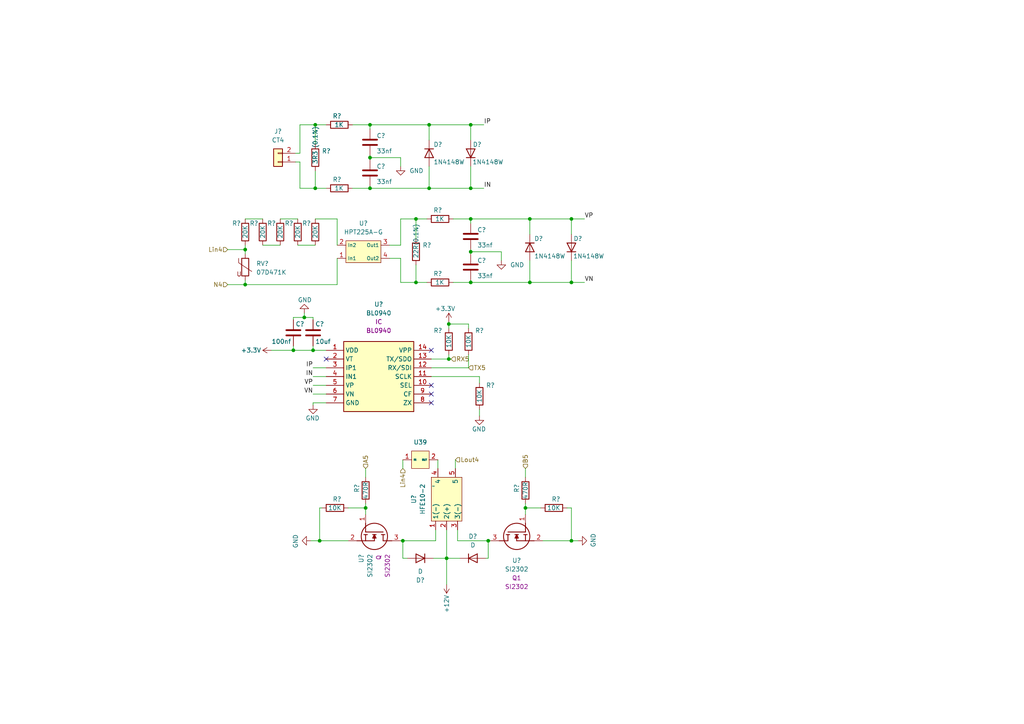
<source format=kicad_sch>
(kicad_sch (version 20231120) (generator "eeschema") (generator_version "8.0")
  (paper "A4")
  (lib_symbols
    (symbol "BL0940:BL0940"
      (property "Value" "BL0940" (at 0 0 0))
      (property "Reference_1" "IC" (at 26.67 7.62 0))
      (property "Value_1" "BL0940" (at 26.67 5.08 0))
      (symbol "BL0940_1_1"
        (rectangle (start 5.08 2.54) (end 25.4 -17.78) (stroke (width 0.254)) (fill (type background)))
        (pin passive line (at 0 0 0) (length 5.08) (name "VDD") (number "1"))
        (pin passive line (at 30.48 -10.16 180) (length 5.08) (name "SEL") (number "10"))
        (pin passive line (at 30.48 -7.62 180) (length 5.08) (name "SCLK") (number "11"))
        (pin passive line (at 30.48 -5.08 180) (length 5.08) (name "RX/SDI") (number "12"))
        (pin passive line (at 30.48 -2.54 180) (length 5.08) (name "TX/SDO") (number "13"))
        (pin passive line (at 30.48 0 180) (length 5.08) (name "VPP") (number "14"))
        (pin passive line (at 0 -2.54 0) (length 5.08) (name "VT") (number "2"))
        (pin passive line (at 0 -5.08 0) (length 5.08) (name "IP1") (number "3"))
        (pin passive line (at 0 -7.62 0) (length 5.08) (name "IN1") (number "4"))
        (pin passive line (at 0 -10.16 0) (length 5.08) (name "VP") (number "5"))
        (pin passive line (at 0 -12.7 0) (length 5.08) (name "VN") (number "6"))
        (pin passive line (at 0 -15.24 0) (length 5.08) (name "GND") (number "7"))
        (pin passive line (at 30.48 -15.24 180) (length 5.08) (name "ZX") (number "8"))
        (pin passive line (at 30.48 -12.7 180) (length 5.08) (name "CF") (number "9"))
      )
    )
    (symbol "Connector_Generic:Conn_01x02" (pin_names (offset 1.016) hide)
      (property "Reference" "J" (at 0 2.54 0))
      (property "Value" "Conn_01x02" (at 0 -5.08 0))
      (symbol "Conn_01x02_1_1"
        (rectangle (start -1.27 -2.413) (end 0 -2.667) (stroke (width 0.1524)))
        (rectangle (start -1.27 0.127) (end 0 -0.127) (stroke (width 0.1524)))
        (rectangle (start -1.27 1.27) (end 1.27 -3.81) (stroke (width 0.254)) (fill (type background)))
        (pin passive line (at -5.08 0 0) (length 3.81) (name "Pin_1") (number "1"))
        (pin passive line (at -5.08 -2.54 0) (length 3.81) (name "Pin_2") (number "2"))
      )
    )
    (symbol "Device:C" (pin_numbers hide) (pin_names (offset 0.254))
      (property "Reference" "C" (at 0.635 2.54 0))
      (property "Value" "C" (at 0.635 -2.54 0))
      (symbol "C_0_1"
        (polyline (pts (xy -2.032 -0.762) (xy 2.032 -0.762)) (stroke (width 0.508)))
        (polyline (pts (xy -2.032 0.762) (xy 2.032 0.762)) (stroke (width 0.508)))
      )
      (symbol "C_1_1"
        (pin passive line (at 0 3.81 270) (length 2.794) (name "~") (number "1"))
        (pin passive line (at 0 -3.81 90) (length 2.794) (name "~") (number "2"))
      )
    )
    (symbol "Device:D" (pin_numbers hide) (pin_names (offset 1.016) hide)
      (property "Reference" "D" (at 0 2.54 0))
      (property "Value" "D" (at 0 -2.54 0))
      (symbol "D_0_1"
        (polyline (pts (xy -1.27 1.27) (xy -1.27 -1.27)) (stroke (width 0.254)))
        (polyline (pts (xy 1.27 0) (xy -1.27 0)))
        (polyline (pts (xy 1.27 1.27) (xy 1.27 -1.27) (xy -1.27 0) (xy 1.27 1.27)) (stroke (width 0.254)))
      )
      (symbol "D_1_1"
        (pin passive line (at -3.81 0 0) (length 2.54) (name "K") (number "1"))
        (pin passive line (at 3.81 0 180) (length 2.54) (name "A") (number "2"))
      )
    )
    (symbol "Device:R" (pin_numbers hide) (pin_names (offset 0))
      (property "Reference" "R" (at 2.032 0 90))
      (property "Value" "R" (at 0 0 90))
      (symbol "R_0_1"
        (rectangle (start -1.016 -2.54) (end 1.016 2.54) (stroke (width 0.254)))
      )
      (symbol "R_1_1"
        (pin passive line (at 0 3.81 270) (length 1.27) (name "~") (number "1"))
        (pin passive line (at 0 -3.81 90) (length 1.27) (name "~") (number "2"))
      )
    )
    (symbol "Device:Varistor" (pin_numbers hide) (pin_names (offset 0))
      (property "Reference" "RV" (at 3.175 0 90))
      (property "Value" "Varistor" (at -3.175 0 90))
      (symbol "Varistor_0_0"
        (text "U" (at -1.778 -2.032 0) (effects (font (size 1.27 1.27))))
      )
      (symbol "Varistor_0_1"
        (rectangle (start -1.016 -2.54) (end 1.016 2.54) (stroke (width 0.254)))
        (polyline (pts (xy -1.905 2.54) (xy -1.905 1.27) (xy 1.905 -1.27)))
      )
      (symbol "Varistor_1_1"
        (pin passive line (at 0 3.81 270) (length 1.27) (name "~") (number "1"))
        (pin passive line (at 0 -3.81 90) (length 1.27) (name "~") (number "2"))
      )
    )
    (symbol "HFE10-2:HFE10-2"
      (property "Reference" "U" (at 0 0 0))
      (property "Value" "HFE10-2" (at 0 -2.54 0))
      (symbol "HFE10-2_0_1"
        (rectangle (start -6.35 11.43) (end 6.35 2.54) (fill (type background)))
      )
      (symbol "HFE10-2_1_1"
        (pin input line (at -8.89 10.16 0) (length 2.54) (name "1(-)") (number "1"))
        (pin input line (at -8.89 6.985 0) (length 2.54) (name "2(+)") (number "2"))
        (pin input line (at -8.89 3.81 0) (length 2.54) (name "3(-)") (number "3"))
        (pin output line (at 8.89 9.525 180) (length 2.54) (name "4") (number "4"))
        (pin output line (at 8.89 4.445 180) (length 2.54) (name "5") (number "5"))
      )
    )
    (symbol "HPT225A-G:HPT225A-G"
      (property "Reference" "U?" (at 0 -5.08 0))
      (property "Value" "HPT225A-G" (at 0 -2.54 0))
      (symbol "HPT225A-G_0_1"
        (rectangle (start -5.08 6.35) (end 5.08 0) (fill (type background)))
      )
      (symbol "HPT225A-G_1_1"
        (pin bidirectional line (at -7.62 1.27 0) (length 2.54) (name "In1") (number "1"))
        (pin bidirectional line (at -7.62 5.08 0) (length 2.54) (name "In2") (number "2"))
        (pin bidirectional line (at 7.62 5.08 180) (length 2.54) (name "Out1") (number "3"))
        (pin bidirectional line (at 7.62 1.27 180) (length 2.54) (name "Out2") (number "4"))
      )
    )
    (symbol "SI2302:SI2302" (pin_names hide)
      (property "Value" "SI2302" (at 0 0 0))
      (property "Reference_1" "Q" (at 11.43 3.81 0))
      (property "Value_1" "SI2302" (at 11.43 1.27 0))
      (symbol "SI2302_1_1"
        (polyline (pts (xy 2.54 0) (xy 5.08 0)) (stroke (width 0.254)))
        (polyline (pts (xy 5.08 5.08) (xy 5.08 0)) (stroke (width 0.254)))
        (polyline (pts (xy 5.842 -0.508) (xy 5.842 0.508)) (stroke (width 0.254)))
        (polyline (pts (xy 5.842 0) (xy 7.62 0)) (stroke (width 0.254)))
        (polyline (pts (xy 5.842 2.032) (xy 5.842 3.048)) (stroke (width 0.254)))
        (polyline (pts (xy 5.842 5.588) (xy 5.842 4.572)) (stroke (width 0.254)))
        (polyline (pts (xy 7.62 2.54) (xy 5.842 2.54)) (stroke (width 0.254)))
        (polyline (pts (xy 7.62 2.54) (xy 7.62 -2.54)) (stroke (width 0.254)))
        (polyline (pts (xy 7.62 5.08) (xy 5.842 5.08)) (stroke (width 0.254)))
        (polyline (pts (xy 7.62 5.08) (xy 7.62 7.62)) (stroke (width 0.254)))
        (polyline (pts (xy 5.842 2.54) (xy 6.858 3.048) (xy 6.858 2.032) (xy 5.842 2.54)) (stroke (width 0.254)) (fill (type outline)))
        (circle (center 6.35 2.54) (radius 3.81) (stroke (width 0.254)))
        (pin passive line (at 0 0 0) (length 2.54) (name "G") (number "1"))
        (pin passive line (at 7.62 -5.08 90) (length 2.54) (name "S") (number "2"))
        (pin passive line (at 7.62 10.16 270) (length 2.54) (name "D") (number "3"))
      )
    )
    (symbol "ZHT102W-TM:ZHT102W-TM"
      (property "Reference" "U?" (at 0 -2.54 0))
      (symbol "ZHT102W-TM_1_1"
        (rectangle (start -2.54 5.08) (end 2.54 0) (fill (type background)))
        (pin input line (at -5.08 2.54 0) (length 2.54) (name "IN") (number "1"))
        (pin output line (at 5.08 2.54 180) (length 2.54) (name "OUT") (number "2"))
      )
    )
    (symbol "power:+12V" (power) (pin_names (offset 0))
      (property "Value" "+12V" (at 0 3.556 0))
      (symbol "+12V_0_1"
        (polyline (pts (xy -0.762 1.27) (xy 0 2.54)))
        (polyline (pts (xy 0 0) (xy 0 2.54)))
        (polyline (pts (xy 0 2.54) (xy 0.762 1.27)))
      )
      (symbol "+12V_1_1"
        (pin power_in line (at 0 0 90) (length 0) hide (name "+12V") (number "1"))
      )
    )
    (symbol "power:+3.3V" (power) (pin_names (offset 0))
      (property "Value" "+3.3V" (at 0 3.556 0))
      (symbol "+3.3V_0_1"
        (polyline (pts (xy -0.762 1.27) (xy 0 2.54)))
        (polyline (pts (xy 0 0) (xy 0 2.54)))
        (polyline (pts (xy 0 2.54) (xy 0.762 1.27)))
      )
      (symbol "+3.3V_1_1"
        (pin power_in line (at 0 0 90) (length 0) hide (name "+3.3V") (number "1"))
      )
    )
    (symbol "power:GND" (power) (pin_names (offset 0))
      (property "Value" "GND" (at 0 -3.81 0))
      (symbol "GND_0_1"
        (polyline (pts (xy 0 0) (xy 0 -1.27) (xy 1.27 -1.27) (xy 0 -2.54) (xy -1.27 -1.27) (xy 0 -1.27)))
      )
      (symbol "GND_1_1"
        (pin power_in line (at 0 0 270) (length 0) hide (name "GND") (number "1"))
      )
    )
  )
  (junction (at 136.525 73.025))
  (junction (at 152.4 147.32))
  (junction (at 136.525 36.195))
  (junction (at 136.525 63.5))
  (junction (at 129.54 161.925))
  (junction (at 107.315 36.195))
  (junction (at 153.67 81.915))
  (junction (at 71.12 82.55))
  (junction (at 130.175 104.14))
  (junction (at 116.84 156.845))
  (junction (at 120.65 63.5))
  (junction (at 165.735 156.845))
  (junction (at 165.735 63.5))
  (junction (at 85.09 101.6))
  (junction (at 91.44 36.195))
  (junction (at 136.525 81.915))
  (junction (at 141.605 156.845))
  (junction (at 107.315 54.61))
  (junction (at 120.65 81.915))
  (junction (at 88.265 92.075))
  (junction (at 165.735 81.915))
  (junction (at 107.315 45.72))
  (junction (at 106.045 147.32))
  (junction (at 92.71 156.845))
  (junction (at 71.12 72.39))
  (junction (at 130.175 93.98))
  (junction (at 91.44 54.61))
  (junction (at 136.525 54.61))
  (junction (at 153.67 63.5))
  (junction (at 124.46 54.61))
  (junction (at 124.46 36.195))
  (junction (at 90.805 101.6))
  (no_connect (at 125.095 111.76))
  (no_connect (at 125.095 101.6))
  (no_connect (at 125.095 116.84))
  (no_connect (at 94.615 104.14))
  (no_connect (at 125.095 114.3))
  (wire (pts (xy 85.09 92.075) (xy 88.265 92.075)))
  (wire (pts (xy 124.46 36.195) (xy 107.315 36.195)))
  (wire (pts (xy 152.4 147.32) (xy 156.845 147.32)))
  (wire (pts (xy 91.44 54.61) (xy 94.615 54.61)))
  (wire (pts (xy 135.89 93.98) (xy 130.175 93.98)))
  (wire (pts (xy 165.735 81.915) (xy 169.545 81.915)))
  (wire (pts (xy 106.045 146.05) (xy 106.045 147.32)))
  (wire (pts (xy 131.445 63.5) (xy 136.525 63.5)))
  (wire (pts (xy 107.315 54.61) (xy 107.315 53.975)))
  (wire (pts (xy 136.525 36.195) (xy 124.46 36.195)))
  (wire (pts (xy 116.205 81.915) (xy 120.65 81.915)))
  (wire (pts (xy 129.54 169.545) (xy 129.54 161.925)))
  (wire (pts (xy 165.735 156.845) (xy 167.64 156.845)))
  (wire (pts (xy 125.095 104.14) (xy 130.175 104.14)))
  (wire (pts (xy 136.525 48.26) (xy 136.525 54.61)))
  (wire (pts (xy 116.205 48.26) (xy 116.205 45.72)))
  (wire (pts (xy 90.805 109.22) (xy 94.615 109.22)))
  (wire (pts (xy 116.205 63.5) (xy 120.65 63.5)))
  (wire (pts (xy 130.175 93.345) (xy 130.175 93.98)))
  (wire (pts (xy 165.735 81.915) (xy 153.67 81.915)))
  (wire (pts (xy 153.67 67.945) (xy 153.67 63.5)))
  (wire (pts (xy 116.84 156.845) (xy 126.365 156.845)))
  (wire (pts (xy 132.715 153.67) (xy 132.715 156.845)))
  (wire (pts (xy 92.71 156.845) (xy 100.965 156.845)))
  (wire (pts (xy 113.03 71.12) (xy 116.205 71.12)))
  (wire (pts (xy 107.315 45.085) (xy 107.315 45.72)))
  (wire (pts (xy 131.445 81.915) (xy 136.525 81.915)))
  (wire (pts (xy 71.12 82.55) (xy 71.12 81.28)))
  (wire (pts (xy 85.09 101.6) (xy 90.805 101.6)))
  (wire (pts (xy 90.805 92.075) (xy 88.265 92.075)))
  (wire (pts (xy 81.28 63.5) (xy 86.36 63.5)))
  (wire (pts (xy 152.4 135.89) (xy 152.4 138.43)))
  (wire (pts (xy 125.73 161.925) (xy 129.54 161.925)))
  (wire (pts (xy 116.84 133.35) (xy 116.84 135.89)))
  (wire (pts (xy 136.525 40.64) (xy 136.525 36.195)))
  (wire (pts (xy 124.46 48.26) (xy 124.46 54.61)))
  (wire (pts (xy 132.08 133.35) (xy 132.08 135.89)))
  (wire (pts (xy 125.095 106.68) (xy 135.89 106.68)))
  (wire (pts (xy 88.265 92.075) (xy 88.265 90.805)))
  (wire (pts (xy 136.525 73.025) (xy 136.525 73.66)))
  (wire (pts (xy 86.995 36.195) (xy 86.995 44.45)))
  (wire (pts (xy 139.065 109.22) (xy 139.065 111.125)))
  (wire (pts (xy 136.525 54.61) (xy 140.335 54.61)))
  (wire (pts (xy 85.09 100.33) (xy 85.09 101.6)))
  (wire (pts (xy 153.67 81.915) (xy 136.525 81.915)))
  (wire (pts (xy 141.605 156.845) (xy 142.24 156.845)))
  (wire (pts (xy 66.04 72.39) (xy 71.12 72.39)))
  (wire (pts (xy 91.44 36.195) (xy 94.615 36.195)))
  (wire (pts (xy 116.205 74.93) (xy 116.205 81.915)))
  (wire (pts (xy 90.805 100.33) (xy 90.805 101.6)))
  (wire (pts (xy 145.415 73.025) (xy 136.525 73.025)))
  (wire (pts (xy 120.65 76.835) (xy 120.65 81.915)))
  (wire (pts (xy 140.97 161.925) (xy 141.605 161.925)))
  (wire (pts (xy 66.04 82.55) (xy 71.12 82.55)))
  (wire (pts (xy 130.175 104.14) (xy 130.175 102.87)))
  (wire (pts (xy 85.725 46.99) (xy 86.995 46.99)))
  (wire (pts (xy 124.46 54.61) (xy 107.315 54.61)))
  (wire (pts (xy 127 133.35) (xy 127 135.89)))
  (wire (pts (xy 106.045 135.89) (xy 106.045 138.43)))
  (wire (pts (xy 90.17 156.845) (xy 92.71 156.845)))
  (wire (pts (xy 141.605 161.925) (xy 141.605 156.845)))
  (wire (pts (xy 116.84 161.925) (xy 116.84 156.845)))
  (wire (pts (xy 97.79 63.5) (xy 97.79 71.12)))
  (wire (pts (xy 85.09 92.71) (xy 85.09 92.075)))
  (wire (pts (xy 102.235 36.195) (xy 107.315 36.195)))
  (wire (pts (xy 86.995 54.61) (xy 91.44 54.61)))
  (wire (pts (xy 91.44 63.5) (xy 97.79 63.5)))
  (wire (pts (xy 164.465 147.32) (xy 165.735 147.32)))
  (wire (pts (xy 102.235 54.61) (xy 107.315 54.61)))
  (wire (pts (xy 130.175 93.98) (xy 130.175 95.25)))
  (wire (pts (xy 90.805 111.76) (xy 94.615 111.76)))
  (wire (pts (xy 90.805 101.6) (xy 94.615 101.6)))
  (wire (pts (xy 132.715 156.845) (xy 141.605 156.845)))
  (wire (pts (xy 113.03 74.93) (xy 116.205 74.93)))
  (wire (pts (xy 92.71 147.32) (xy 92.71 156.845)))
  (wire (pts (xy 136.525 54.61) (xy 124.46 54.61)))
  (wire (pts (xy 153.67 75.565) (xy 153.67 81.915)))
  (wire (pts (xy 130.175 104.14) (xy 130.81 104.14)))
  (wire (pts (xy 165.735 63.5) (xy 153.67 63.5)))
  (wire (pts (xy 165.735 67.945) (xy 165.735 63.5)))
  (wire (pts (xy 71.12 71.12) (xy 71.12 72.39)))
  (wire (pts (xy 78.74 101.6) (xy 85.09 101.6)))
  (wire (pts (xy 120.65 63.5) (xy 120.65 69.215)))
  (wire (pts (xy 165.735 75.565) (xy 165.735 81.915)))
  (wire (pts (xy 90.805 114.3) (xy 94.615 114.3)))
  (wire (pts (xy 86.995 36.195) (xy 91.44 36.195)))
  (wire (pts (xy 120.65 81.915) (xy 123.825 81.915)))
  (wire (pts (xy 129.54 161.925) (xy 133.35 161.925)))
  (wire (pts (xy 85.725 44.45) (xy 86.995 44.45)))
  (wire (pts (xy 94.615 116.84) (xy 90.805 116.84)))
  (wire (pts (xy 106.045 147.32) (xy 106.045 149.225)))
  (wire (pts (xy 107.315 36.195) (xy 107.315 37.465)))
  (wire (pts (xy 120.65 63.5) (xy 123.825 63.5)))
  (wire (pts (xy 126.365 156.845) (xy 126.365 153.67)))
  (wire (pts (xy 125.095 109.22) (xy 139.065 109.22)))
  (wire (pts (xy 90.805 116.84) (xy 90.805 117.475)))
  (wire (pts (xy 116.205 71.12) (xy 116.205 63.5)))
  (wire (pts (xy 91.44 49.53) (xy 91.44 54.61)))
  (wire (pts (xy 153.67 63.5) (xy 136.525 63.5)))
  (wire (pts (xy 71.12 72.39) (xy 71.12 73.66)))
  (wire (pts (xy 139.065 118.745) (xy 139.065 120.65)))
  (wire (pts (xy 91.44 36.195) (xy 91.44 41.91)))
  (wire (pts (xy 135.89 95.25) (xy 135.89 93.98)))
  (wire (pts (xy 135.89 106.68) (xy 135.89 102.87)))
  (wire (pts (xy 136.525 81.915) (xy 136.525 81.28)))
  (wire (pts (xy 165.735 147.32) (xy 165.735 156.845)))
  (wire (pts (xy 86.36 71.12) (xy 91.44 71.12)))
  (wire (pts (xy 116.205 156.845) (xy 116.84 156.845)))
  (wire (pts (xy 97.79 82.55) (xy 71.12 82.55)))
  (wire (pts (xy 118.11 161.925) (xy 116.84 161.925)))
  (wire (pts (xy 136.525 36.195) (xy 140.335 36.195)))
  (wire (pts (xy 71.12 63.5) (xy 76.2 63.5)))
  (wire (pts (xy 86.995 46.99) (xy 86.995 54.61)))
  (wire (pts (xy 100.965 147.32) (xy 106.045 147.32)))
  (wire (pts (xy 152.4 147.32) (xy 152.4 149.225)))
  (wire (pts (xy 97.79 74.93) (xy 97.79 82.55)))
  (wire (pts (xy 90.805 106.68) (xy 94.615 106.68)))
  (wire (pts (xy 76.2 71.12) (xy 81.28 71.12)))
  (wire (pts (xy 129.54 161.925) (xy 129.54 153.67)))
  (wire (pts (xy 93.345 147.32) (xy 92.71 147.32)))
  (wire (pts (xy 136.525 63.5) (xy 136.525 64.77)))
  (wire (pts (xy 145.415 75.565) (xy 145.415 73.025)))
  (wire (pts (xy 116.205 45.72) (xy 107.315 45.72)))
  (wire (pts (xy 90.805 92.71) (xy 90.805 92.075)))
  (wire (pts (xy 165.735 63.5) (xy 169.545 63.5)))
  (wire (pts (xy 157.48 156.845) (xy 165.735 156.845)))
  (wire (pts (xy 152.4 146.05) (xy 152.4 147.32)))
  (wire (pts (xy 107.315 45.72) (xy 107.315 46.355)))
  (wire (pts (xy 124.46 40.64) (xy 124.46 36.195)))
  (wire (pts (xy 136.525 72.39) (xy 136.525 73.025)))
  (label "VN" (at 90.805 114.3 180))
  (label "IN" (at 90.805 109.22 180))
  (label "VP" (at 90.805 111.76 180))
  (label "VP" (at 169.545 63.5 0))
  (label "IP" (at 90.805 106.68 180))
  (label "IP" (at 140.335 36.195 0))
  (label "IN" (at 140.335 54.61 0))
  (label "VN" (at 169.545 81.915 0))
  (hierarchical_label "B5" (shape input) (at 152.4 135.89 90))
  (hierarchical_label "Lout4" (shape input) (at 132.08 133.35 0))
  (hierarchical_label "Lin4" (shape input) (at 66.04 72.39 180))
  (hierarchical_label "TX5" (shape input) (at 135.89 106.68 0))
  (hierarchical_label "N4" (shape input) (at 66.04 82.55 180))
  (hierarchical_label "RX5" (shape input) (at 130.81 104.14 0))
  (hierarchical_label "A5" (shape input) (at 106.045 135.89 90))
  (hierarchical_label "Lin4" (shape input) (at 116.84 135.89 270))
  (symbol (lib_id "Device:R") (at 127.635 63.5 90) (unit 1)
    (property "Reference" "R?" (at 128.27 60.96 90) (effects (justify left)))
    (property "Value" "1K" (at 128.905 63.5 90) (effects (justify left)))
    (property "Footprint" "Resistor_SMD:R_0603_1608Metric" (effects (hide yes)))
    (instances (project "Smart CB" (path "" (reference "R?") (unit 1))) (project "Smart CB STM32 PCB" (path "" (reference "R94") (unit 1))))
  )
  (symbol (lib_id "HPT225A-G:HPT225A-G") (at 105.41 76.2 0) (unit 1)
    (property "Reference" "U?" (at 105.41 64.77 0))
    (property "Value" "HPT225A-G" (at 105.41 67.31 0))
    (property "Footprint" "kicad libraries:HPT225A-G" (effects (hide yes)))
    (instances (project "Smart CB" (path "" (reference "U?") (unit 1))) (project "Smart CB STM32 PCB" (path "" (reference "U24") (unit 1))))
  )
  (symbol (lib_id "Device:C") (at 136.525 77.47 0) (unit 1)
    (property "Reference" "C?" (at 138.43 75.565 0) (effects (justify left)))
    (property "Value" "33nf" (at 138.43 80.01 0) (effects (justify left)))
    (property "Footprint" "Capacitor_SMD:C_0603_1608Metric" (effects (hide yes)))
    (instances (project "Smart CB" (path "" (reference "C?") (unit 1))) (project "Smart CB STM32 PCB" (path "" (reference "C46") (unit 1))))
  )
  (symbol (lib_id "power:GND") (at 116.205 48.26 0) (unit 1)
    (property "Reference" "#PWR?" (effects (hide yes)))
    (property "Value" "GND" (at 118.745 49.5299 0) (effects (justify left)))
    (instances (project "Smart CB" (path "" (reference "#PWR?") (unit 1))) (project "Smart CB STM32 PCB" (path "" (reference "#PWR096") (unit 1))))
  )
  (symbol (lib_id "Device:D") (at 121.92 161.925 180) (unit 1)
    (property "Reference" "D?" (at 121.92 168.275 0))
    (property "Value" "D" (at 121.92 165.735 0))
    (property "Footprint" "Diode_SMD:D_1206_3216Metric" (effects (hide yes)))
    (instances (project "Smart CB" (path "" (reference "D?") (unit 1))) (project "Smart CB STM32 PCB" (path "" (reference "D29") (unit 1))))
  )
  (symbol (lib_id "Device:C") (at 136.525 68.58 0) (unit 1)
    (property "Reference" "C?" (at 138.43 66.675 0) (effects (justify left)))
    (property "Value" "33nf" (at 138.43 71.12 0) (effects (justify left)))
    (property "Footprint" "Capacitor_SMD:C_0603_1608Metric" (effects (hide yes)))
    (instances (project "Smart CB" (path "" (reference "C?") (unit 1))) (project "Smart CB STM32 PCB" (path "" (reference "C45") (unit 1))))
  )
  (symbol (lib_id "Device:C") (at 107.315 50.165 0) (unit 1)
    (property "Reference" "C?" (at 109.22 48.26 0) (effects (justify left)))
    (property "Value" "33nf" (at 109.22 52.705 0) (effects (justify left)))
    (property "Footprint" "Capacitor_SMD:C_0603_1608Metric" (effects (hide yes)))
    (instances (project "Smart CB" (path "" (reference "C?") (unit 1))) (project "Smart CB STM32 PCB" (path "" (reference "C44") (unit 1))))
  )
  (symbol (lib_id "Device:Varistor") (at 71.12 77.47 0) (unit 1)
    (property "Reference" "RV?" (at 74.295 76.4531 0) (effects (justify left)))
    (property "Value" "07D471K" (at 74.295 78.9931 0) (effects (justify left)))
    (property "Footprint" "Varistor:RV_Disc_D7mm_W4.9mm_P5mm" (effects (hide yes)))
    (instances (project "Smart CB" (path "" (reference "RV?") (unit 1))) (project "Smart CB STM32 PCB" (path "" (reference "RV4") (unit 1))))
  )
  (symbol (lib_id "HFE10-2:HFE10-2") (at 136.525 144.78 90) (unit 1)
    (property "Reference" "U?" (at 120.015 144.78 0))
    (property "Value" "HFE10-2" (at 122.555 144.78 0))
    (property "Footprint" "kicad libraries:HFE10-2" (effects (hide yes)))
    (instances (project "Smart CB" (path "" (reference "U?") (unit 1))) (project "Smart CB STM32 PCB" (path "" (reference "U26") (unit 1))))
  )
  (symbol (lib_id "Device:D") (at 124.46 44.45 270) (unit 1)
    (property "Reference" "D?" (at 125.73 41.91 90) (effects (justify left)))
    (property "Value" "1N4148W" (at 125.73 46.99 90) (effects (justify left)))
    (property "Footprint" "Diode_SMD:D_SOD-323" (effects (hide yes)))
    (instances (project "Smart CB" (path "" (reference "D?") (unit 1))) (project "Smart CB STM32 PCB" (path "" (reference "D30") (unit 1))))
  )
  (symbol (lib_id "power:+3.3V") (at 130.175 93.345 0) (unit 1)
    (property "Reference" "#PWR?" (effects (hide yes)))
    (property "Value" "+3.3V" (at 132.08 89.535 0) (effects (justify right)))
    (instances (project "Smart CB" (path "" (reference "#PWR?") (unit 1))) (project "Smart CB STM32 PCB" (path "" (reference "#PWR098") (unit 1))))
  )
  (symbol (lib_id "Device:D") (at 153.67 71.755 270) (unit 1)
    (property "Reference" "D?" (at 154.94 69.215 90) (effects (justify left)))
    (property "Value" "1N4148W" (at 154.94 74.295 90) (effects (justify left)))
    (property "Footprint" "Diode_SMD:D_SOD-323" (effects (hide yes)))
    (instances (project "Smart CB" (path "" (reference "D?") (unit 1))) (project "Smart CB STM32 PCB" (path "" (reference "D33") (unit 1))))
  )
  (symbol (lib_id "Device:R") (at 106.045 142.24 180) (unit 1)
    (property "Reference" "R?" (at 103.505 140.335 90) (effects (justify left)))
    (property "Value" "470R" (at 106.045 139.7 90) (effects (justify left)))
    (property "Footprint" "Resistor_SMD:R_0603_1608Metric" (effects (hide yes)))
    (instances (project "Smart CB" (path "" (reference "R?") (unit 1))) (project "Smart CB STM32 PCB" (path "" (reference "R92") (unit 1))))
  )
  (symbol (lib_id "Device:D") (at 165.735 71.755 90) (unit 1)
    (property "Reference" "D?" (at 168.91 69.215 90) (effects (justify left)))
    (property "Value" "1N4148W" (at 175.26 74.295 90) (effects (justify left)))
    (property "Footprint" "Diode_SMD:D_SOD-323" (effects (hide yes)))
    (instances (project "Smart CB" (path "" (reference "D?") (unit 1))) (project "Smart CB STM32 PCB" (path "" (reference "D34") (unit 1))))
  )
  (symbol (lib_id "SI2302:SI2302") (at 106.045 149.225 270) (unit 1)
    (property "Reference" "U?" (at 104.7749 160.655 0) (effects (justify left)))
    (property "Value" "SI2302" (at 107.3149 160.655 0) (effects (justify left)))
    (property "Footprint" "SI2302:SI2302" (effects (hide yes)))
    (property "Reference_1" "Q" (at 109.855 160.909 0) (effects (justify left)))
    (property "Value_1" "SI2302" (at 112.3949 160.655 0) (effects (justify left)))
    (property "Footprint_1" "SI2302" (effects (hide yes)))
    (property "Datasheet_1" "https://mouser.componentsearchengine.com/Datasheets/1/SI2302.pdf" (effects (hide yes)))
    (property "Height" "1.005" (effects (hide yes)))
    (property "Manufacturer_Name" "MCC" (effects (hide yes)))
    (property "Manufacturer_Part_Number" "SI2302" (effects (hide yes)))
    (property "Mouser Part Number" "833-SI2302" (effects (hide yes)))
    (property "Mouser Price/Stock" "https://www.mouser.co.uk/ProductDetail/Micro-Commercial-Components-MCC/SI2302?qs=6W4OQKoqJ0s%2FjuQxID9btg%3D%3D" (effects (hide yes)))
    (instances (project "Smart CB" (path "" (reference "U?") (unit 1))) (project "Smart CB STM32 PCB" (path "" (reference "U25") (unit 1))))
  )
  (symbol (lib_id "power:GND") (at 90.17 156.845 270) (unit 1)
    (property "Reference" "#PWR?" (effects (hide yes)))
    (property "Value" "GND" (at 85.725 154.94 0) (effects (justify left)))
    (instances (project "Smart CB" (path "" (reference "#PWR?") (unit 1))) (project "Smart CB STM32 PCB" (path "" (reference "#PWR094") (unit 1))))
  )
  (symbol (lib_id "Device:R") (at 152.4 142.24 180) (unit 1)
    (property "Reference" "R?" (at 149.86 140.335 90) (effects (justify left)))
    (property "Value" "470R" (at 152.4 139.7 90) (effects (justify left)))
    (property "Footprint" "Resistor_SMD:R_0603_1608Metric" (effects (hide yes)))
    (instances (project "Smart CB" (path "" (reference "R?") (unit 1))) (project "Smart CB STM32 PCB" (path "" (reference "R99") (unit 1))))
  )
  (symbol (lib_id "Device:C") (at 85.09 96.52 0) (unit 1)
    (property "Reference" "C?" (at 85.725 93.98 0) (effects (justify left)))
    (property "Value" "100nf" (at 78.74 99.06 0) (effects (justify left)))
    (property "Footprint" "Capacitor_SMD:C_0603_1608Metric" (effects (hide yes)))
    (instances (project "Smart CB" (path "" (reference "C?") (unit 1))) (project "Smart CB STM32 PCB" (path "" (reference "C41") (unit 1))))
  )
  (symbol (lib_id "Device:R") (at 76.2 67.31 0) (unit 1)
    (property "Reference" "R?" (at 72.39 64.77 0) (effects (justify left)))
    (property "Value" "20K" (at 76.2 69.215 90) (effects (justify left)))
    (property "Footprint" "Resistor_SMD:R_0603_1608Metric" (effects (hide yes)))
    (instances (project "Smart CB" (path "" (reference "R?") (unit 1))) (project "Smart CB STM32 PCB" (path "" (reference "R84") (unit 1))))
  )
  (symbol (lib_id "Device:R") (at 98.425 36.195 90) (unit 1)
    (property "Reference" "R?" (at 99.06 33.655 90) (effects (justify left)))
    (property "Value" "1K" (at 99.695 36.195 90) (effects (justify left)))
    (property "Footprint" "Resistor_SMD:R_0603_1608Metric" (effects (hide yes)))
    (instances (project "Smart CB" (path "" (reference "R?") (unit 1))) (project "Smart CB STM32 PCB" (path "" (reference "R90") (unit 1))))
  )
  (symbol (lib_id "power:GND") (at 139.065 120.65 0) (unit 1)
    (property "Reference" "#PWR?" (effects (hide yes)))
    (property "Value" "GND" (at 140.97 124.46 0) (effects (justify right)))
    (instances (project "Smart CB" (path "" (reference "#PWR?") (unit 1))) (project "Smart CB STM32 PCB" (path "" (reference "#PWR099") (unit 1))))
  )
  (symbol (lib_id "Device:R") (at 86.36 67.31 0) (unit 1)
    (property "Reference" "R?" (at 82.55 64.77 0) (effects (justify left)))
    (property "Value" "20K" (at 86.36 69.215 90) (effects (justify left)))
    (property "Footprint" "Resistor_SMD:R_0603_1608Metric" (effects (hide yes)))
    (instances (project "Smart CB" (path "" (reference "R?") (unit 1))) (project "Smart CB STM32 PCB" (path "" (reference "R86") (unit 1))))
  )
  (symbol (lib_id "power:+3.3V") (at 78.74 101.6 90) (unit 1)
    (property "Reference" "#PWR?" (effects (hide yes)))
    (property "Value" "+3.3V" (at 69.85 101.6 90) (effects (justify right)))
    (instances (project "Smart CB" (path "" (reference "#PWR?") (unit 1))) (project "Smart CB STM32 PCB" (path "" (reference "#PWR092") (unit 1))))
  )
  (symbol (lib_id "Device:C") (at 90.805 96.52 0) (unit 1)
    (property "Reference" "C?" (at 91.44 93.98 0) (effects (justify left)))
    (property "Value" "10uf" (at 91.44 99.06 0) (effects (justify left)))
    (property "Footprint" "Capacitor_SMD:C_1206_3216Metric" (effects (hide yes)))
    (instances (project "Smart CB" (path "" (reference "C?") (unit 1))) (project "Smart CB STM32 PCB" (path "" (reference "C42") (unit 1))))
  )
  (symbol (lib_id "Device:R") (at 139.065 114.935 0) (unit 1)
    (property "Reference" "R?" (at 140.97 111.76 0) (effects (justify left)))
    (property "Value" "10K" (at 139.065 116.84 90) (effects (justify left)))
    (property "Footprint" "Resistor_SMD:R_0603_1608Metric" (effects (hide yes)))
    (instances (project "Smart CB" (path "" (reference "R?") (unit 1))) (project "Smart CB STM32 PCB" (path "" (reference "R98") (unit 1))))
  )
  (symbol (lib_id "Device:R") (at 135.89 99.06 0) (unit 1)
    (property "Reference" "R?" (at 137.795 95.885 0) (effects (justify left)))
    (property "Value" "10K" (at 135.89 100.965 90) (effects (justify left)))
    (property "Footprint" "Resistor_SMD:R_0603_1608Metric" (effects (hide yes)))
    (instances (project "Smart CB" (path "" (reference "R?") (unit 1))) (project "Smart CB STM32 PCB" (path "" (reference "R97") (unit 1))))
  )
  (symbol (lib_id "SI2302:SI2302") (at 152.4 149.225 90) (mirror x) (unit 1)
    (property "Reference" "U?" (at 149.86 162.56 90))
    (property "Value" "SI2302" (at 149.86 165.1 90))
    (property "Footprint" "SI2302:SI2302" (effects (hide yes)))
    (property "Reference_1" "Q1" (at 149.86 167.64 90))
    (property "Value_1" "SI2302" (at 149.86 170.18 90))
    (property "Footprint_1" "SI2302" (effects (hide yes)))
    (property "Datasheet_1" "https://mouser.componentsearchengine.com/Datasheets/1/SI2302.pdf" (effects (hide yes)))
    (property "Height" "1.005" (effects (hide yes)))
    (property "Manufacturer_Name" "MCC" (effects (hide yes)))
    (property "Manufacturer_Part_Number" "SI2302" (effects (hide yes)))
    (property "Mouser Part Number" "833-SI2302" (effects (hide yes)))
    (property "Mouser Price/Stock" "https://www.mouser.co.uk/ProductDetail/Micro-Commercial-Components-MCC/SI2302?qs=6W4OQKoqJ0s%2FjuQxID9btg%3D%3D" (effects (hide yes)))
    (instances (project "Smart CB" (path "" (reference "U?") (unit 1))) (project "Smart CB STM32 PCB" (path "" (reference "U27") (unit 1))))
  )
  (symbol (lib_id "BL0940:BL0940") (at 94.615 101.6 0) (unit 1)
    (property "Reference" "U?" (at 109.855 88.265 0))
    (property "Value" "BL0940" (at 109.855 90.805 0))
    (property "Footprint" "BL0940:BL0940" (effects (hide yes)))
    (property "Reference_1" "IC" (at 109.855 93.345 0))
    (property "Value_1" "BL0940" (at 109.855 95.885 0))
    (property "Footprint_1" "SOP65P640X120-14N" (effects (hide yes)))
    (property "Datasheet_1" "https://datasheet.lcsc.com/szlcsc/2006282023_BL-Shanghai-Belling-BL0940_C691894.pdf" (effects (hide yes)))
    (property "Height" "1.2" (effects (hide yes)))
    (property "Manufacturer_Name" "SHANGHAI BELLING" (effects (hide yes)))
    (property "Manufacturer_Part_Number" "BL0940" (effects (hide yes)))
    (instances (project "Smart CB" (path "" (reference "U?") (unit 1))) (project "Smart CB STM32 PCB" (path "" (reference "U23") (unit 1))))
  )
  (symbol (lib_id "power:GND") (at 90.805 117.475 0) (unit 1)
    (property "Reference" "#PWR?" (effects (hide yes)))
    (property "Value" "GND" (at 92.71 121.285 0) (effects (justify right)))
    (instances (project "Smart CB" (path "" (reference "#PWR?") (unit 1))) (project "Smart CB STM32 PCB" (path "" (reference "#PWR095") (unit 1))))
  )
  (symbol (lib_id "Device:R") (at 71.12 67.31 0) (unit 1)
    (property "Reference" "R?" (at 67.31 64.77 0) (effects (justify left)))
    (property "Value" "20K" (at 71.12 69.215 90) (effects (justify left)))
    (property "Footprint" "Resistor_SMD:R_0603_1608Metric" (effects (hide yes)))
    (instances (project "Smart CB" (path "" (reference "R?") (unit 1))) (project "Smart CB STM32 PCB" (path "" (reference "R83") (unit 1))))
  )
  (symbol (lib_id "Device:R") (at 160.655 147.32 90) (unit 1)
    (property "Reference" "R?" (at 162.56 144.78 90) (effects (justify left)))
    (property "Value" "10K" (at 162.56 147.32 90) (effects (justify left)))
    (property "Footprint" "Resistor_SMD:R_0603_1608Metric" (effects (hide yes)))
    (instances (project "Smart CB" (path "" (reference "R?") (unit 1))) (project "Smart CB STM32 PCB" (path "" (reference "R100") (unit 1))))
  )
  (symbol (lib_id "Device:R") (at 91.44 45.72 0) (unit 1)
    (property "Reference" "R?" (at 93.345 43.815 0) (effects (justify left)))
    (property "Value" "3R3 (0.1%)" (at 91.44 47.625 90) (effects (justify left)))
    (property "Footprint" "Resistor_SMD:R_0603_1608Metric" (effects (hide yes)))
    (instances (project "Smart CB" (path "" (reference "R?") (unit 1))) (project "Smart CB STM32 PCB" (path "" (reference "R87") (unit 1))))
  )
  (symbol (lib_id "power:+12V") (at 129.54 169.545 180) (unit 1)
    (property "Reference" "#PWR?" (effects (hide yes)))
    (property "Value" "+12V" (at 129.54 177.8 90) (effects (justify right)))
    (instances (project "Smart CB" (path "" (reference "#PWR?") (unit 1))) (project "Smart CB STM32 PCB" (path "" (reference "#PWR097") (unit 1))))
  )
  (symbol (lib_id "power:GND") (at 88.265 90.805 180) (unit 1)
    (property "Reference" "#PWR?" (effects (hide yes)))
    (property "Value" "GND" (at 86.36 86.995 0) (effects (justify right)))
    (instances (project "Smart CB" (path "" (reference "#PWR?") (unit 1))) (project "Smart CB STM32 PCB" (path "" (reference "#PWR093") (unit 1))))
  )
  (symbol (lib_id "Device:D") (at 136.525 44.45 90) (unit 1)
    (property "Reference" "D?" (at 139.7 41.91 90) (effects (justify left)))
    (property "Value" "1N4148W" (at 146.05 46.99 90) (effects (justify left)))
    (property "Footprint" "Diode_SMD:D_SOD-323" (effects (hide yes)))
    (instances (project "Smart CB" (path "" (reference "D?") (unit 1))) (project "Smart CB STM32 PCB" (path "" (reference "D31") (unit 1))))
  )
  (symbol (lib_id "Device:C") (at 107.315 41.275 0) (unit 1)
    (property "Reference" "C?" (at 109.22 39.37 0) (effects (justify left)))
    (property "Value" "33nf" (at 109.22 43.815 0) (effects (justify left)))
    (property "Footprint" "Capacitor_SMD:C_0603_1608Metric" (effects (hide yes)))
    (instances (project "Smart CB" (path "" (reference "C?") (unit 1))) (project "Smart CB STM32 PCB" (path "" (reference "C43") (unit 1))))
  )
  (symbol (lib_id "Device:D") (at 137.16 161.925 0) (unit 1)
    (property "Reference" "D?" (at 137.16 155.575 0))
    (property "Value" "D" (at 137.16 158.115 0))
    (property "Footprint" "Diode_SMD:D_1206_3216Metric" (effects (hide yes)))
    (instances (project "Smart CB" (path "" (reference "D?") (unit 1))) (project "Smart CB STM32 PCB" (path "" (reference "D32") (unit 1))))
  )
  (symbol (lib_id "Connector_Generic:Conn_01x02") (at 80.645 46.99 180) (unit 1)
    (property "Reference" "J?" (at 80.645 38.1 0))
    (property "Value" "CT4" (at 80.645 40.64 0))
    (property "Footprint" "Connector_JST:JST_PH_B2B-PH-K_1x02_P2.00mm_Vertical" (effects (hide yes)))
    (instances (project "Smart CB" (path "" (reference "J?") (unit 1))) (project "Smart CB STM32 PCB" (path "" (reference "J24") (unit 1))))
  )
  (symbol (lib_id "Device:R") (at 81.28 67.31 0) (unit 1)
    (property "Reference" "R?" (at 77.47 64.77 0) (effects (justify left)))
    (property "Value" "20K" (at 81.28 69.215 90) (effects (justify left)))
    (property "Footprint" "Resistor_SMD:R_0603_1608Metric" (effects (hide yes)))
    (instances (project "Smart CB" (path "" (reference "R?") (unit 1))) (project "Smart CB STM32 PCB" (path "" (reference "R85") (unit 1))))
  )
  (symbol (lib_id "power:GND") (at 167.64 156.845 90) (unit 1)
    (property "Reference" "#PWR?" (effects (hide yes)))
    (property "Value" "GND" (at 172.085 158.75 0) (effects (justify left)))
    (instances (project "Smart CB" (path "" (reference "#PWR?") (unit 1))) (project "Smart CB STM32 PCB" (path "" (reference "#PWR0101") (unit 1))))
  )
  (symbol (lib_id "Device:R") (at 127.635 81.915 90) (unit 1)
    (property "Reference" "R?" (at 128.27 79.375 90) (effects (justify left)))
    (property "Value" "1K" (at 128.905 81.915 90) (effects (justify left)))
    (property "Footprint" "Resistor_SMD:R_0603_1608Metric" (effects (hide yes)))
    (instances (project "Smart CB" (path "" (reference "R?") (unit 1))) (project "Smart CB STM32 PCB" (path "" (reference "R95") (unit 1))))
  )
  (symbol (lib_id "Device:R") (at 91.44 67.31 0) (unit 1)
    (property "Reference" "R?" (at 87.63 64.77 0) (effects (justify left)))
    (property "Value" "20K" (at 91.44 69.215 90) (effects (justify left)))
    (property "Footprint" "Resistor_SMD:R_0603_1608Metric" (effects (hide yes)))
    (instances (project "Smart CB" (path "" (reference "R?") (unit 1))) (project "Smart CB STM32 PCB" (path "" (reference "R88") (unit 1))))
  )
  (symbol (lib_id "power:GND") (at 145.415 75.565 0) (unit 1)
    (property "Reference" "#PWR?" (effects (hide yes)))
    (property "Value" "GND" (at 147.955 76.8349 0) (effects (justify left)))
    (instances (project "Smart CB" (path "" (reference "#PWR?") (unit 1))) (project "Smart CB STM32 PCB" (path "" (reference "#PWR0100") (unit 1))))
  )
  (symbol (lib_id "Device:R") (at 120.65 73.025 0) (unit 1)
    (property "Reference" "R?" (at 122.555 71.12 0) (effects (justify left)))
    (property "Value" "22R(0.1%)" (at 120.65 74.93 90) (effects (justify left)))
    (property "Footprint" "Resistor_SMD:R_0603_1608Metric" (effects (hide yes)))
    (instances (project "Smart CB" (path "" (reference "R?") (unit 1))) (project "Smart CB STM32 PCB" (path "" (reference "R93") (unit 1))))
  )
  (symbol (lib_id "Device:R") (at 130.175 99.06 0) (unit 1)
    (property "Reference" "R?" (at 125.73 95.885 0) (effects (justify left)))
    (property "Value" "10K" (at 130.175 100.965 90) (effects (justify left)))
    (property "Footprint" "Resistor_SMD:R_0603_1608Metric" (effects (hide yes)))
    (instances (project "Smart CB" (path "" (reference "R?") (unit 1))) (project "Smart CB STM32 PCB" (path "" (reference "R96") (unit 1))))
  )
  (symbol (lib_id "Device:R") (at 98.425 54.61 90) (unit 1)
    (property "Reference" "R?" (at 99.06 52.07 90) (effects (justify left)))
    (property "Value" "1K" (at 99.695 54.61 90) (effects (justify left)))
    (property "Footprint" "Resistor_SMD:R_0603_1608Metric" (effects (hide yes)))
    (instances (project "Smart CB" (path "" (reference "R?") (unit 1))) (project "Smart CB STM32 PCB" (path "" (reference "R91") (unit 1))))
  )
  (symbol (lib_id "ZHT102W-TM:ZHT102W-TM") (at 121.92 135.89 0) (unit 1)
    (property "Reference" "U39" (at 121.92 128.27 0))
    (property "Value" "~" (at 125.73 140.97 0))
    (property "Footprint" "ZHT102W-TM:ZHT102W-TM" (effects (hide yes)))
  )
  (symbol (lib_id "Device:R") (at 97.155 147.32 90) (unit 1)
    (property "Reference" "R?" (at 99.06 144.78 90) (effects (justify left)))
    (property "Value" "10K" (at 99.06 147.32 90) (effects (justify left)))
    (property "Footprint" "Resistor_SMD:R_0603_1608Metric" (effects (hide yes)))
    (instances (project "Smart CB" (path "" (reference "R?") (unit 1))) (project "Smart CB STM32 PCB" (path "" (reference "R89") (unit 1))))
  )
)
</source>
